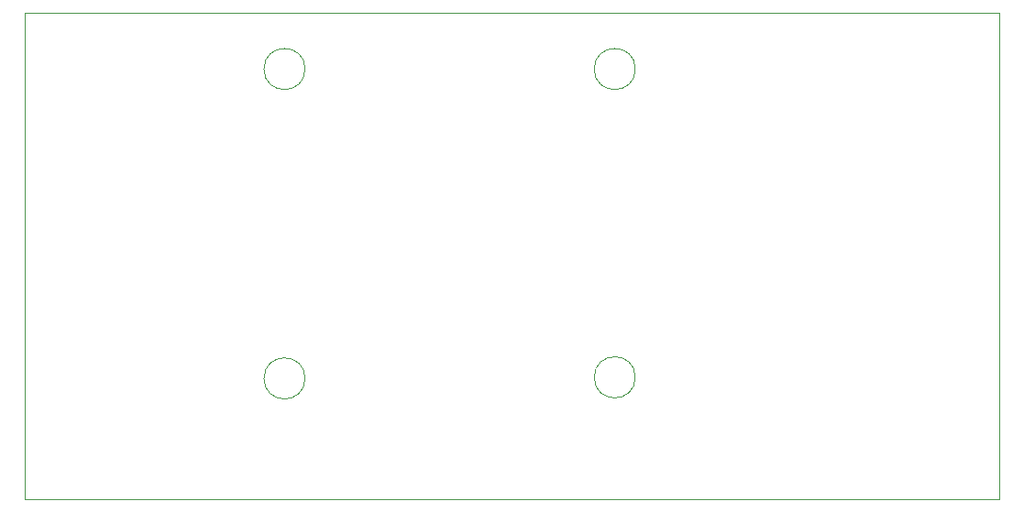
<source format=gbr>
G04 #@! TF.GenerationSoftware,KiCad,Pcbnew,(5.1.0)-1*
G04 #@! TF.CreationDate,2020-03-21T07:42:55+08:00*
G04 #@! TF.ProjectId,espcnc,65737063-6e63-42e6-9b69-6361645f7063,rev?*
G04 #@! TF.SameCoordinates,PX9d5b340PY2625a00*
G04 #@! TF.FileFunction,Profile,NP*
%FSLAX46Y46*%
G04 Gerber Fmt 4.6, Leading zero omitted, Abs format (unit mm)*
G04 Created by KiCad (PCBNEW (5.1.0)-1) date 2020-03-21 07:42:55*
%MOMM*%
%LPD*%
G04 APERTURE LIST*
%ADD10C,0.050000*%
G04 APERTURE END LIST*
D10*
X25900000Y-5200000D02*
G75*
G03X25900000Y-5200000I-1900000J0D01*
G01*
X25900000Y-33800000D02*
G75*
G03X25900000Y-33800000I-1900000J0D01*
G01*
X56400000Y-33700000D02*
G75*
G03X56400000Y-33700000I-1900000J0D01*
G01*
X56400000Y-5200000D02*
G75*
G03X56400000Y-5200000I-1900000J0D01*
G01*
X0Y-45000000D02*
X0Y0D01*
X90000000Y-45000000D02*
X0Y-45000000D01*
X90000000Y0D02*
X90000000Y-45000000D01*
X0Y0D02*
X90000000Y0D01*
M02*

</source>
